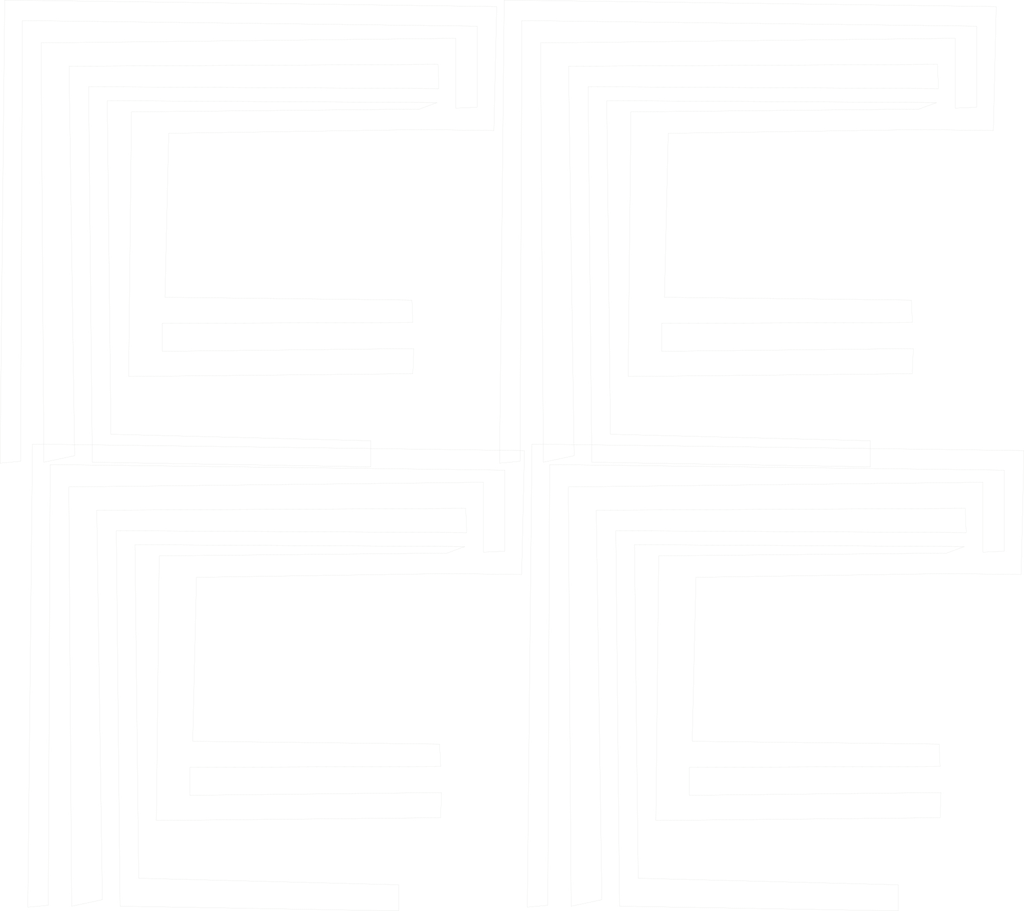
<source format=kicad_pcb>
(kicad_pcb (version 20221018) (generator pcbnew)

  (general
    (thickness 1.6)
  )

  (paper "A4")
  (layers
    (0 "F.Cu" signal)
    (31 "B.Cu" signal)
    (32 "B.Adhes" user "B.Adhesive")
    (33 "F.Adhes" user "F.Adhesive")
    (34 "B.Paste" user)
    (35 "F.Paste" user)
    (36 "B.SilkS" user "B.Silkscreen")
    (37 "F.SilkS" user "F.Silkscreen")
    (38 "B.Mask" user)
    (39 "F.Mask" user)
    (40 "Dwgs.User" user "User.Drawings")
    (41 "Cmts.User" user "User.Comments")
    (42 "Eco1.User" user "User.Eco1")
    (43 "Eco2.User" user "User.Eco2")
    (44 "Edge.Cuts" user)
    (45 "Margin" user)
    (46 "B.CrtYd" user "B.Courtyard")
    (47 "F.CrtYd" user "F.Courtyard")
    (48 "B.Fab" user)
    (49 "F.Fab" user)
    (50 "User.1" user)
    (51 "User.2" user)
    (52 "User.3" user)
    (53 "User.4" user)
    (54 "User.5" user)
    (55 "User.6" user)
    (56 "User.7" user)
    (57 "User.8" user)
    (58 "User.9" user)
  )

  (setup
    (stackup
      (layer "F.SilkS" (type "Top Silk Screen"))
      (layer "F.Paste" (type "Top Solder Paste"))
      (layer "F.Mask" (type "Top Solder Mask") (thickness 0.01))
      (layer "F.Cu" (type "copper") (thickness 0.035))
      (layer "dielectric 1" (type "core") (thickness 1.51) (material "FR4") (epsilon_r 4.5) (loss_tangent 0.02))
      (layer "B.Cu" (type "copper") (thickness 0.035))
      (layer "B.Mask" (type "Bottom Solder Mask") (thickness 0.01))
      (layer "B.Paste" (type "Bottom Solder Paste"))
      (layer "B.SilkS" (type "Bottom Silk Screen"))
      (layer "F.SilkS" (type "Top Silk Screen"))
      (layer "F.Paste" (type "Top Solder Paste"))
      (layer "F.Mask" (type "Top Solder Mask") (thickness 0.01))
      (layer "F.Cu" (type "copper") (thickness 0.035))
      (layer "dielectric 1" (type "core") (thickness 1.51) (material "FR4") (epsilon_r 4.5) (loss_tangent 0.02))
      (layer "B.Cu" (type "copper") (thickness 0.035))
      (layer "B.Mask" (type "Bottom Solder Mask") (thickness 0.01))
      (layer "B.Paste" (type "Bottom Solder Paste"))
      (layer "B.SilkS" (type "Bottom Silk Screen"))
      (layer "F.SilkS" (type "Top Silk Screen"))
      (layer "F.Paste" (type "Top Solder Paste"))
      (layer "F.Mask" (type "Top Solder Mask") (thickness 0.01))
      (layer "F.Cu" (type "copper") (thickness 0.035))
      (layer "dielectric 1" (type "core") (thickness 1.51) (material "FR4") (epsilon_r 4.5) (loss_tangent 0.02))
      (layer "B.Cu" (type "copper") (thickness 0.035))
      (layer "B.Mask" (type "Bottom Solder Mask") (thickness 0.01))
      (layer "B.Paste" (type "Bottom Solder Paste"))
      (layer "B.SilkS" (type "Bottom Silk Screen"))
      (layer "F.SilkS" (type "Top Silk Screen"))
      (layer "F.Paste" (type "Top Solder Paste"))
      (layer "F.Mask" (type "Top Solder Mask") (thickness 0.01))
      (layer "F.Cu" (type "copper") (thickness 0.035))
      (layer "dielectric 1" (type "core") (thickness 1.51) (material "FR4") (epsilon_r 4.5) (loss_tangent 0.02))
      (layer "B.Cu" (type "copper") (thickness 0.035))
      (layer "B.Mask" (type "Bottom Solder Mask") (thickness 0.01))
      (layer "B.Paste" (type "Bottom Solder Paste"))
      (layer "B.SilkS" (type "Bottom Silk Screen"))
      (copper_finish "None")
      (dielectric_constraints no)
    )
    (pad_to_mask_clearance 0)
    (pcbplotparams
      (layerselection 0x00010fc_ffffffff)
      (plot_on_all_layers_selection 0x0000000_00000000)
      (disableapertmacros false)
      (usegerberextensions false)
      (usegerberattributes true)
      (usegerberadvancedattributes true)
      (creategerberjobfile true)
      (dashed_line_dash_ratio 12.000000)
      (dashed_line_gap_ratio 3.000000)
      (svgprecision 4)
      (plotframeref false)
      (viasonmask false)
      (mode 1)
      (useauxorigin false)
      (hpglpennumber 1)
      (hpglpenspeed 20)
      (hpglpendiameter 15.000000)
      (dxfpolygonmode true)
      (dxfimperialunits true)
      (dxfusepcbnewfont true)
      (psnegative false)
      (psa4output false)
      (plotreference true)
      (plotvalue true)
      (plotinvisibletext false)
      (sketchpadsonfab false)
      (subtractmaskfromsilk false)
      (outputformat 1)
      (mirror false)
      (drillshape 1)
      (scaleselection 1)
      (outputdirectory "")
    )
  )

  (net 0 "")

  (gr_line (start 144.889937 320.06989) (end 51.209937 317.71989)
    (stroke (width 0.05) (type default)) (layer "Edge.Cuts") (tstamp 00677406-99e9-4815-8417-243fc74af8fd))
  (gr_line (start 219.869937 37.50989) (end 338.729937 38.18989)
    (stroke (width 0.05) (type default)) (layer "Edge.Cuts") (tstamp 04fe5fe1-b842-41be-a746-d0ab830df737))
  (gr_line (start 218.119937 325.43989) (end 216.099937 185.08989)
    (stroke (width 0.05) (type default)) (layer "Edge.Cuts") (tstamp 05afbefc-d801-4d12-8c8a-df2f7f5134ce))
  (gr_line (start 69.679937 287.82989) (end 69.679937 277.75989)
    (stroke (width 0.05) (type default)) (layer "Edge.Cuts") (tstamp 05e6b134-c96e-4880-b31b-73b2c9b47cb0))
  (gr_line (start 144.889937 329.46989) (end 144.889937 320.06989)
    (stroke (width 0.05) (type default)) (layer "Edge.Cuts") (tstamp 05f7251e-9d32-4255-89d4-fa99bda4812b))
  (gr_line (start 339.999937 295.88989) (end 340.329937 286.82989)
    (stroke (width 0.05) (type default)) (layer "Edge.Cuts") (tstamp 06bd92ab-a3fa-4cd1-89cd-56d9c207b058))
  (gr_line (start 12.929937 161.24989) (end 11.249937 328.12989)
    (stroke (width 0.05) (type default)) (layer "Edge.Cuts") (tstamp 099ff330-0b93-4fa2-863a-cca563d0c541))
  (gr_line (start 183.159937 170.64989) (end 183.159937 199.85989)
    (stroke (width 0.05) (type default)) (layer "Edge.Cuts") (tstamp 0cc04a84-e7e2-4ed3-8ad2-54f87bb2986c))
  (gr_line (start 342.349937 200.53989) (end 238.599937 201.53989)
    (stroke (width 0.05) (type default)) (layer "Edge.Cuts") (tstamp 10931177-c463-4b9e-a455-85062b1c0214))
  (gr_line (start 41.209937 157.71989) (end 39.869937 37.50989)
    (stroke (width 0.05) (type default)) (layer "Edge.Cuts") (tstamp 112aa580-fe44-4eaf-bb10-03aab3ed5fa7))
  (gr_line (start 36.099937 185.08989) (end 169.059937 184.41989)
    (stroke (width 0.05) (type default)) (layer "Edge.Cuts") (tstamp 122e056d-31e3-45eb-9958-e29b58437d34))
  (gr_line (start 180.219937 3.59989) (end 2.929937 1.24989)
    (stroke (width 0.05) (type default)) (layer "Edge.Cuts") (tstamp 14a0cd4b-73c5-43c7-ad93-9e3575e70edb))
  (gr_line (start 360.219937 3.59989) (end 182.929937 1.24989)
    (stroke (width 0.05) (type default)) (layer "Edge.Cuts") (tstamp 1612458d-5c80-4268-8c6d-b720e988f7bc))
  (gr_line (start 353.159937 10.64989) (end 353.159937 39.85989)
    (stroke (width 0.05) (type default)) (layer "Edge.Cuts") (tstamp 176a5e92-c86d-4ed5-a83b-d040dfc81a4e))
  (gr_line (start 339.399937 33.14989) (end 213.149937 32.47989)
    (stroke (width 0.05) (type default)) (layer "Edge.Cuts") (tstamp 17dac7cd-2e8c-4bba-b8d7-44e5388a5659))
  (gr_line (start 44.489937 327.78989) (end 144.889937 329.46989)
    (stroke (width 0.05) (type default)) (layer "Edge.Cuts") (tstamp 1bad352b-7f09-4bb5-af7e-94c314b280ea))
  (gr_line (start 214.489937 167.78989) (end 314.889937 169.46989)
    (stroke (width 0.05) (type default)) (layer "Edge.Cuts") (tstamp 1c13de86-2592-4aeb-983a-4860351419ae))
  (gr_line (start 27.039937 327.78989) (end 38.119937 325.43989)
    (stroke (width 0.05) (type default)) (layer "Edge.Cuts") (tstamp 1c1df7b9-bcec-405c-9c39-413f282fea9d))
  (gr_line (start 9.309937 8.63989) (end 173.159937 10.64989)
    (stroke (width 0.05) (type default)) (layer "Edge.Cuts") (tstamp 1c55c61e-fb5f-4092-9a2f-b12618e7df09))
  (gr_line (start 324.889937 320.06989) (end 231.209937 317.71989)
    (stroke (width 0.05) (type default)) (layer "Edge.Cuts") (tstamp 201e6a92-b254-4491-9e00-8b99cb21fc83))
  (gr_line (start 26.029937 176.69989) (end 27.039937 327.78989)
    (stroke (width 0.05) (type default)) (layer "Edge.Cuts") (tstamp 20c7ea20-5679-4dc1-9d72-7b617bf419f9))
  (gr_line (start 69.679937 277.75989) (end 159.999937 277.42989)
    (stroke (width 0.05) (type default)) (layer "Edge.Cuts") (tstamp 20fb6908-b353-40ec-a953-c480838a773c))
  (gr_line (start 162.349937 200.53989) (end 58.599937 201.53989)
    (stroke (width 0.05) (type default)) (layer "Edge.Cuts") (tstamp 20fde1fc-8aa0-48bc-94c8-48f8b6f0d28b))
  (gr_line (start 332.349937 40.53989) (end 228.599937 41.53989)
    (stroke (width 0.05) (type default)) (layer "Edge.Cuts") (tstamp 239af9c0-5b13-44d6-a767-e02382689c53))
  (gr_line (start 343.019937 207.91989) (end 369.209937 208.25989)
    (stroke (width 0.05) (type default)) (layer "Edge.Cuts") (tstamp 25e8832e-16ec-4adf-ac86-28e1b5cd6bff))
  (gr_line (start 165.439937 15.01989) (end 16.029937 16.69989)
    (stroke (width 0.05) (type default)) (layer "Edge.Cuts") (tstamp 2be0191e-dad1-430f-8980-347b051f30db))
  (gr_line (start 158.729937 38.18989) (end 152.349937 40.53989)
    (stroke (width 0.05) (type default)) (layer "Edge.Cuts") (tstamp 2f469025-0245-4dce-bd55-554d1cb7fe53))
  (gr_line (start 250.679937 268.35989) (end 252.029937 209.26989)
    (stroke (width 0.05) (type default)) (layer "Edge.Cuts") (tstamp 33a03a83-b64e-4fe4-8804-9af9cf2d2915))
  (gr_line (start 240.679937 108.35989) (end 242.029937 49.26989)
    (stroke (width 0.05) (type default)) (layer "Edge.Cuts") (tstamp 36623ffb-ce4d-407e-bc3b-f3227e98eee6))
  (gr_line (start 8.639937 167.44989) (end 9.309937 8.63989)
    (stroke (width 0.05) (type default)) (layer "Edge.Cuts") (tstamp 387ae4cb-6b02-4343-99ec-cb73dd69afa5))
  (gr_line (start 49.869937 197.50989) (end 168.729937 198.18989)
    (stroke (width 0.05) (type default)) (layer "Edge.Cuts") (tstamp 39967f40-9b19-44bf-b56a-381e25109c62))
  (gr_line (start 62.029937 49.26989) (end 153.019937 47.91989)
    (stroke (width 0.05) (type default)) (layer "Edge.Cuts") (tstamp 3c8a192c-474a-4202-85c7-53a12a71d8b3))
  (gr_line (start 59.679937 127.82989) (end 59.679937 117.75989)
    (stroke (width 0.05) (type default)) (layer "Edge.Cuts") (tstamp 3ec9d262-6a39-4122-a57f-45e40f569578))
  (gr_line (start 239.679937 117.75989) (end 329.999937 117.42989)
    (stroke (width 0.05) (type default)) (layer "Edge.Cuts") (tstamp 3eddc33a-6dbf-46cf-adc2-fadd955d9669))
  (gr_line (start 353.159937 39.85989) (end 345.439937 40.19989)
    (stroke (width 0.05) (type default)) (layer "Edge.Cuts") (tstamp 40ef58b0-9fde-492e-bb42-9b83cacbd243))
  (gr_line (start 196.029937 16.69989) (end 197.039937 167.78989)
    (stroke (width 0.05) (type default)) (layer "Edge.Cuts") (tstamp 41451f58-aa57-41b2-a590-793f4a53aaca))
  (gr_line (start 339.659937 269.36989) (end 250.679937 268.35989)
    (stroke (width 0.05) (type default)) (layer "Edge.Cuts") (tstamp 417a5979-3103-47e0-a1f1-531bde9f537a))
  (gr_line (start 33.149937 32.47989) (end 34.489937 167.78989)
    (stroke (width 0.05) (type default)) (layer "Edge.Cuts") (tstamp 42ec0b19-c172-405d-8508-a6827e99cfeb))
  (gr_line (start 149.999937 117.42989) (end 149.659937 109.36989)
    (stroke (width 0.05) (type default)) (layer "Edge.Cuts") (tstamp 47f04c04-ef5b-4b1b-b795-4a1b6060e059))
  (gr_line (start 223.149937 192.47989) (end 224.489937 327.78989)
    (stroke (width 0.05) (type default)) (layer "Edge.Cuts") (tstamp 488cd46e-4088-4528-b46e-24c13f694d0b))
  (gr_line (start 57.589937 296.89989) (end 159.999937 295.88989)
    (stroke (width 0.05) (type default)) (layer "Edge.Cuts") (tstamp 48e9f440-2485-47ca-81d2-847d4e98a68a))
  (gr_line (start 314.889937 160.06989) (end 221.209937 157.71989)
    (stroke (width 0.05) (type default)) (layer "Edge.Cuts") (tstamp 4b902a64-94d5-4709-b158-d0495705a252))
  (gr_line (start 355.439937 200.19989) (end 355.439937 175.01989)
    (stroke (width 0.05) (type default)) (layer "Edge.Cuts") (tstamp 4f321865-9567-49e9-b5b3-f707de14b2ea))
  (gr_line (start 191.249937 328.12989) (end 198.639937 327.44989)
    (stroke (width 0.05) (type default)) (layer "Edge.Cuts") (tstamp 4f36fb2f-a394-4908-b34b-d604dee1805f))
  (gr_line (start 189.209937 208.25989) (end 190.219937 163.59989)
    (stroke (width 0.05) (type default)) (layer "Edge.Cuts") (tstamp 4f5a8e14-ae00-4c3e-ad43-8972a08374ca))
  (gr_line (start 159.659937 269.36989) (end 70.679937 268.35989)
    (stroke (width 0.05) (type default)) (layer "Edge.Cuts") (tstamp 505e436c-92a5-4649-a992-2fa9e3802e27))
  (gr_line (start 17.039937 167.78989) (end 28.119937 165.43989)
    (stroke (width 0.05) (type default)) (layer "Edge.Cuts") (tstamp 51cc6c2c-0590-4266-bd7a-2ddc111021ce))
  (gr_line (start 348.729937 198.18989) (end 342.349937 200.53989)
    (stroke (width 0.05) (type default)) (layer "Edge.Cuts") (tstamp 55eca8dc-6835-46da-9f63-afb828c88a20))
  (gr_line (start 168.729937 198.18989) (end 162.349937 200.53989)
    (stroke (width 0.05) (type default)) (layer "Edge.Cuts") (tstamp 57785554-bb1f-4705-8c98-47eaab13f338))
  (gr_line (start 175.439937 200.19989) (end 175.439937 175.01989)
    (stroke (width 0.05) (type default)) (layer "Edge.Cuts") (tstamp 5a19620b-2bc8-4ec9-8b06-a5407157aeab))
  (gr_line (start 173.159937 39.85989) (end 165.439937 40.19989)
    (stroke (width 0.05) (type default)) (layer "Edge.Cuts") (tstamp 5af0ea7a-8253-4aec-8cf1-6c63585ccb5d))
  (gr_line (start 60.679937 108.35989) (end 62.029937 49.26989)
    (stroke (width 0.05) (type default)) (layer "Edge.Cuts") (tstamp 5cc2925d-c060-4a52-97a0-37a069c0f34a))
  (gr_line (start 192.929937 161.24989) (end 191.249937 328.12989)
    (stroke (width 0.05) (type default)) (layer "Edge.Cuts") (tstamp 5e832126-cc56-4c04-8de5-7f71430eb7d2))
  (gr_line (start 239.679937 127.82989) (end 239.679937 117.75989)
    (stroke (width 0.05) (type default)) (layer "Edge.Cuts") (tstamp 5fcc89ee-7c4a-466e-bb3e-dd1de1f67785))
  (gr_line (start 182.929937 1.24989) (end 181.249937 168.12989)
    (stroke (width 0.05) (type default)) (layer "Edge.Cuts") (tstamp 62c6c0db-1b9a-4226-9a6b-2020f283b7f3))
  (gr_line (start 188.639937 167.44989) (end 189.309937 8.63989)
    (stroke (width 0.05) (type default)) (layer "Edge.Cuts") (tstamp 67f4edb3-4c2a-4706-b83a-07487d9c7279))
  (gr_line (start 16.029937 16.69989) (end 17.039937 167.78989)
    (stroke (width 0.05) (type default)) (layer "Edge.Cuts") (tstamp 68ca6c3c-9498-4618-b22f-8c84c4168c12))
  (gr_line (start 370.219937 163.59989) (end 192.929937 161.24989)
    (stroke (width 0.05) (type default)) (layer "Edge.Cuts") (tstamp 6bb7dcb3-38c4-4e35-b378-6394cb097616))
  (gr_line (start 227.589937 136.89989) (end 329.999937 135.88989)
    (stroke (width 0.05) (type default)) (layer "Edge.Cuts") (tstamp 6c40dd8b-dbbd-41a1-aa64-038611493804))
  (gr_line (start 345.439937 15.01989) (end 196.029937 16.69989)
    (stroke (width 0.05) (type default)) (layer "Edge.Cuts") (tstamp 7051abb1-a886-432b-815b-3e8778acf27e))
  (gr_line (start 329.659937 109.36989) (end 240.679937 108.35989)
    (stroke (width 0.05) (type default)) (layer "Edge.Cuts") (tstamp 7a13673a-c7f7-44e1-bc14-5721c296f3e5))
  (gr_line (start 221.209937 157.71989) (end 219.869937 37.50989)
    (stroke (width 0.05) (type default)) (layer "Edge.Cuts") (tstamp 7bcea530-de6a-459c-b188-f62ca891f858))
  (gr_line (start 197.039937 167.78989) (end 208.119937 165.43989)
    (stroke (width 0.05) (type default)) (layer "Edge.Cuts") (tstamp 7e3186c4-6845-4a5b-a2d4-8a0577802cb0))
  (gr_line (start 207.039937 327.78989) (end 218.119937 325.43989)
    (stroke (width 0.05) (type default)) (layer "Edge.Cuts") (tstamp 7f2a08a1-85a1-43d9-95aa-765d441ccc51))
  (gr_line (start 355.439937 175.01989) (end 206.029937 176.69989)
    (stroke (width 0.05) (type default)) (layer "Edge.Cuts") (tstamp 81107db0-f19f-4a1b-91ae-637fcb8e350c))
  (gr_line (start 160.329937 286.82989) (end 69.679937 287.82989)
    (stroke (width 0.05) (type default)) (layer "Edge.Cuts") (tstamp 81e543e1-711f-4873-8112-dfda55389814))
  (gr_line (start 359.209937 48.25989) (end 360.219937 3.59989)
    (stroke (width 0.05) (type default)) (layer "Edge.Cuts") (tstamp 87c43fcf-a8ad-441e-a227-a309e42dc19d))
  (gr_line (start 152.349937 40.53989) (end 48.599937 41.53989)
    (stroke (width 0.05) (type default)) (layer "Edge.Cuts") (tstamp 88a1863e-3c2f-4586-8d61-f5cf0f428082))
  (gr_line (start 216.099937 185.08989) (end 349.059937 184.41989)
    (stroke (width 0.05) (type default)) (layer "Edge.Cuts") (tstamp 895921bf-f078-4d24-9649-9cfbcf66c5be))
  (gr_line (start 11.249937 328.12989) (end 18.639937 327.44989)
    (stroke (width 0.05) (type default)) (layer "Edge.Cuts") (tstamp 89a37aca-ff6c-4052-a1a7-0e19de9e0bb8))
  (gr_line (start 206.029937 176.69989) (end 207.039937 327.78989)
    (stroke (width 0.05) (type default)) (layer "Edge.Cuts") (tstamp 8adc042b-f72d-4dc8-b308-8ca519936e23))
  (gr_line (start 181.249937 168.12989) (end 188.639937 167.44989)
    (stroke (width 0.05) (type default)) (layer "Edge.Cuts") (tstamp 8f35cd31-44d8-4274-a643-fbf6f527bb54))
  (gr_line (start 224.489937 327.78989) (end 324.889937 329.46989)
    (stroke (width 0.05) (type default)) (layer "Edge.Cuts") (tstamp 90f0ec42-fb78-4fd1-92e9-247889084894))
  (gr_line (start 183.159937 199.85989) (end 175.439937 200.19989)
    (stroke (width 0.05) (type default)) (layer "Edge.Cuts") (tstamp 9167383e-4fcd-49ee-ae77-51628652d83e))
  (gr_line (start 169.059937 184.41989) (end 169.399937 193.14989)
    (stroke (width 0.05) (type default)) (layer "Edge.Cuts") (tstamp 94602f4e-6dfb-4084-839c-117537a732ad))
  (gr_line (start 338.729937 38.18989) (end 332.349937 40.53989)
    (stroke (width 0.05) (type default)) (layer "Edge.Cuts") (tstamp 962201ec-7a91-4a2f-bb7f-0f914337ac3a))
  (gr_line (start 179.209937 48.25989) (end 180.219937 3.59989)
    (stroke (width 0.05) (type default)) (layer "Edge.Cuts") (tstamp 96b3d428-d188-4e9a-8d9b-2b081b8cbee0))
  (gr_line (start 208.119937 165.43989) (end 206.099937 25.08989)
    (stroke (width 0.05) (type default)) (layer "Edge.Cuts") (tstamp 96dd5a58-ed6d-4600-b9fe-67e3c5e55caa))
  (gr_line (start 34.489937 167.78989) (end 134.889937 169.46989)
    (stroke (width 0.05) (type default)) (layer "Edge.Cuts") (tstamp 99a59f84-a12e-4623-ba6b-bbe282cc7613))
  (gr_line (start 47.589937 136.89989) (end 149.999937 135.88989)
    (stroke (width 0.05) (type default)) (layer "Edge.Cuts") (tstamp 9c900ca1-5480-4081-b801-530fa061166b))
  (gr_line (start 134.889937 160.06989) (end 41.209937 157.71989)
    (stroke (width 0.05) (type default)) (layer "Edge.Cuts") (tstamp 9d9400b6-0b1d-4e59-9be0-b35c80a5213d))
  (gr_line (start 19.309937 168.63989) (end 183.159937 170.64989)
    (stroke (width 0.05) (type default)) (layer "Edge.Cuts") (tstamp 9f140a2e-56b0-4e43-867c-8d4f8f863dcc))
  (gr_line (start 18.639937 327.44989) (end 19.309937 168.63989)
    (stroke (width 0.05) (type default)) (layer "Edge.Cuts") (tstamp 9f25e611-d5e9-4953-b728-7998982231e6))
  (gr_line (start 249.679937 287.82989) (end 249.679937 277.75989)
    (stroke (width 0.05) (type default)) (layer "Edge.Cuts") (tstamp a14384e2-7db5-4155-9f2b-8c5d343f1a01))
  (gr_line (start 339.059937 24.41989) (end 339.399937 33.14989)
    (stroke (width 0.05) (type default)) (layer "Edge.Cuts") (tstamp a18113f8-fa5d-449b-bd25-2a685a0a7184))
  (gr_line (start 363.159937 170.64989) (end 363.159937 199.85989)
    (stroke (width 0.05) (type default)) (layer "Edge.Cuts") (tstamp a1e21f73-e0d5-4255-a3ab-45d7ff2a649a))
  (gr_line (start 324.889937 329.46989) (end 324.889937 320.06989)
    (stroke (width 0.05) (type default)) (layer "Edge.Cuts") (tstamp a33b231e-b2ce-4c50-87cd-0977b00c04c6))
  (gr_line (start 159.999937 277.42989) (end 159.659937 269.36989)
    (stroke (width 0.05) (type default)) (layer "Edge.Cuts") (tstamp a488cc95-3184-4633-be44-a08bd9b62fee))
  (gr_line (start 1.249937 168.12989) (end 8.639937 167.44989)
    (stroke (width 0.05) (type default)) (layer "Edge.Cuts") (tstamp a65aba14-3a20-4d7e-b934-d15ad5f2fcec))
  (gr_line (start 213.149937 32.47989) (end 214.489937 167.78989)
    (stroke (width 0.05) (type default)) (layer "Edge.Cuts") (tstamp a7903c6f-f92f-49ef-a403-97a9f21a2f31))
  (gr_line (start 51.209937 317.71989) (end 49.869937 197.50989)
    (stroke (width 0.05) (type default)) (layer "Edge.Cuts") (tstamp a82320d1-f93a-4d78-b51f-17878b6fde26))
  (gr_line (start 329.999937 135.88989) (end 330.329937 126.82989)
    (stroke (width 0.05) (type default)) (layer "Edge.Cuts") (tstamp a8977e47-d225-4b33-8868-a198d7cc01c1))
  (gr_line (start 252.029937 209.26989) (end 343.019937 207.91989)
    (stroke (width 0.05) (type default)) (layer "Edge.Cuts") (tstamp aee7d7bf-b48f-4a2d-a84c-a6dd9ecd51ae))
  (gr_line (start 149.659937 109.36989) (end 60.679937 108.35989)
    (stroke (width 0.05) (type default)) (layer "Edge.Cuts") (tstamp b02dd09e-5e01-45ea-8e5e-0adbf6fcd063))
  (gr_line (start 58.599937 201.53989) (end 57.589937 296.89989)
    (stroke (width 0.05) (type default)) (layer "Edge.Cuts") (tstamp b2eb1283-aa17-4983-a204-3ff179d2a822))
  (gr_line (start 206.099937 25.08989) (end 339.059937 24.41989)
    (stroke (width 0.05) (type default)) (layer "Edge.Cuts") (tstamp b37dfe92-67a6-45aa-a088-a96628846c10))
  (gr_line (start 189.309937 8.63989) (end 353.159937 10.64989)
    (stroke (width 0.05) (type default)) (layer "Edge.Cuts") (tstamp b4871ffc-2a6b-49e1-850a-4a0bb237cf81))
  (gr_line (start 231.209937 317.71989) (end 229.869937 197.50989)
    (stroke (width 0.05) (type default)) (layer "Edge.Cuts") (tstamp b90f02eb-6894-4aeb-a71c-01afc81d397d))
  (gr_line (start 26.099937 25.08989) (end 159.059937 24.41989)
    (stroke (width 0.05) (type default)) (layer "Edge.Cuts") (tstamp b93b0c2a-6288-47d8-959d-460c0dd58dbb))
  (gr_line (start 333.019937 47.91989) (end 359.209937 48.25989)
    (stroke (width 0.05) (type default)) (layer "Edge.Cuts") (tstamp b9489b15-0b0b-4cd7-9d3f-b78cdf5bbc8f))
  (gr_line (start 363.159937 199.85989) (end 355.439937 200.19989)
    (stroke (width 0.05) (type default)) (layer "Edge.Cuts") (tstamp b98b5840-0779-4af4-8997-012cf3b97b68))
  (gr_line (start 249.679937 277.75989) (end 339.999937 277.42989)
    (stroke (width 0.05) (type default)) (layer "Edge.Cuts") (tstamp bf25817c-255c-45df-9f52-c117de1cd6b4))
  (gr_line (start 329.999937 117.42989) (end 329.659937 109.36989)
    (stroke (width 0.05) (type default)) (layer "Edge.Cuts") (tstamp c0d86e8f-6156-415d-b40f-151d768df6b5))
  (gr_line (start 242.029937 49.26989) (end 333.019937 47.91989)
    (stroke (width 0.05) (type default)) (layer "Edge.Cuts") (tstamp c1e55ce9-c9e8-441b-a71a-42a19e18c6cf))
  (gr_line (start 2.929937 1.24989) (end 1.249937 168.12989)
    (stroke (width 0.05) (type default)) (layer "Edge.Cuts") (tstamp c4e466a8-7d00-4a43-b136-bcde0ab979d0))
  (gr_line (start 72.029937 209.26989) (end 163.019937 207.91989)
    (stroke (width 0.05) (type default)) (layer "Edge.Cuts") (tstamp c64b721e-4680-413a-823b-6e8297398417))
  (gr_line (start 169.399937 193.14989) (end 43.149937 192.47989)
    (stroke (width 0.05) (type default)) (layer "Edge.Cuts") (tstamp c7a765fe-7b11-4612-9bdc-361576fb554d))
  (gr_line (start 330.329937 126.82989) (end 239.679937 127.82989)
    (stroke (width 0.05) (type default)) (layer "Edge.Cuts") (tstamp c8c4a0da-2731-4a6d-88c6-cb63fe658f9b))
  (gr_line (start 314.889937 169.46989) (end 314.889937 160.06989)
    (stroke (width 0.05) (type default)) (layer "Edge.Cuts") (tstamp c9af6b6e-deb4-4b40-aae5-0c4a7c074f7a))
  (gr_line (start 39.869937 37.50989) (end 158.729937 38.18989)
    (stroke (width 0.05) (type default)) (layer "Edge.Cuts") (tstamp cab198f0-f27b-4115-a396-98db5678786d))
  (gr_line (start 159.999937 295.88989) (end 160.329937 286.82989)
    (stroke (width 0.05) (type default)) (layer "Edge.Cuts") (tstamp ccc98f4f-789b-4f00-a3e0-257fe6d486b1))
  (gr_line (start 339.999937 277.42989) (end 339.659937 269.36989)
    (stroke (width 0.05) (type default)) (layer "Edge.Cuts") (tstamp ce83543b-eeef-4a1b-913c-abddd5995e88))
  (gr_line (start 228.599937 41.53989) (end 227.589937 136.89989)
    (stroke (width 0.05) (type default)) (layer "Edge.Cuts") (tstamp d224808f-7107-4ae0-94c1-e5134686d751))
  (gr_line (start 28.119937 165.43989) (end 26.099937 25.08989)
    (stroke (width 0.05) (type default)) (layer "Edge.Cuts") (tstamp d28aef4f-e874-4066-83f2-42e6cbc1a935))
  (gr_line (start 199.309937 168.63989) (end 363.159937 170.64989)
    (stroke (width 0.05) (type default)) (layer "Edge.Cuts") (tstamp d3379b00-697a-4934-98b2-d648544233c0))
  (gr_line (start 190.219937 163.59989) (end 12.929937 161.24989)
    (stroke (width 0.05) (type default)) (layer "Edge.Cuts") (tstamp d4a62b6c-2554-4fb2-83ff-f8c1bc3ec565))
  (gr_line (start 349.399937 193.14989) (end 223.149937 192.47989)
    (stroke (width 0.05) (type default)) (layer "Edge.Cuts") (tstamp d4f49f73-8f23-425b-bc40-d2509420193f))
  (gr_line (start 159.399937 33.14989) (end 33.149937 32.47989)
    (stroke (width 0.05) (type default)) (layer "Edge.Cuts") (tstamp d4fa040a-0682-4545-86a5-d3346d2e4278))
  (gr_line (start 38.119937 325.43989) (end 36.099937 185.08989)
    (stroke (width 0.05) (type default)) (layer "Edge.Cuts") (tstamp d5429d7f-0033-4880-bf95-ba7feaf0fc94))
  (gr_line (start 43.149937 192.47989) (end 44.489937 327.78989)
    (stroke (width 0.05) (type default)) (layer "Edge.Cuts") (tstamp d8026852-4b8d-4104-a8e1-cfa4e392672c))
  (gr_line (start 173.159937 10.64989) (end 173.159937 39.85989)
    (stroke (width 0.05) (type default)) (layer "Edge.Cuts") (tstamp d97dc789-c7a0-4565-9dbd-9aa2dca7f44c))
  (gr_line (start 163.019937 207.91989) (end 189.209937 208.25989)
    (stroke (width 0.05) (type default)) (layer "Edge.Cuts") (tstamp da2d534d-ac10-4d94-88dd-85f7311495ca))
  (gr_line (start 198.639937 327.44989) (end 199.309937 168.63989)
    (stroke (width 0.05) (type default)) (layer "Edge.Cuts") (tstamp db4c9a3f-26bd-4c79-8327-06638a67fdc0))
  (gr_line (start 70.679937 268.35989) (end 72.029937 209.26989)
    (stroke (width 0.05) (type default)) (layer "Edge.Cuts") (tstamp dbf95b6f-3530-4838-8c0b-066b8dcd7ef3))
  (gr_line (start 149.999937 135.88989) (end 150.329937 126.82989)
    (stroke (width 0.05) (type default)) (layer "Edge.Cuts") (tstamp ddb9be2c-3fbb-4584-995f-cd94aae7f520))
  (gr_line (start 238.599937 201.53989) (end 237.589937 296.89989)
    (stroke (width 0.05) (type default)) (layer "Edge.Cuts") (tstamp e00e93ea-4a68-478f-b918-a315cd4a02f0))
  (gr_line (start 48.599937 41.53989) (end 47.589937 136.89989)
    (stroke (width 0.05) (type default)) (layer "Edge.Cuts") (tstamp e239c30c-0649-4f9b-af95-c3c37d62e186))
  (gr_line (start 175.439937 175.01989) (end 26.029937 176.69989)
    (stroke (width 0.05) (type default)) (layer "Edge.Cuts") (tstamp e2ead687-9980-4614-98a6-b6809cddd780))
  (gr_line (start 153.019937 47.91989) (end 179.209937 48.25989)
    (stroke (width 0.05) (type default)) (layer "Edge.Cuts") (tstamp e3360c7f-f48e-4c00-9a5c-88480fe1fcd7))
  (gr_line (start 59.679937 117.75989) (end 149.999937 117.42989)
    (stroke (width 0.05) (type default)) (layer "Edge.Cuts") (tstamp e7035ac9-6e0f-488d-901a-fb8d609a77f8))
  (gr_line (start 345.439937 40.19989) (end 345.439937 15.01989)
    (stroke (width 0.05) (type default)) (layer "Edge.Cuts") (tstamp e95bf8e2-afa9-41aa-ad07-2cdb8aa7654b))
  (gr_line (start 165.439937 40.19989) (end 165.439937 15.01989)
    (stroke (width 0.05) (type default)) (layer "Edge.Cuts") (tstamp ea688055-a117-4db6-a637-1d4920545b01))
  (gr_line (start 349.059937 184.41989) (end 349.399937 193.14989)
    (stroke (width 0.05) (type default)) (layer "Edge.Cuts") (tstamp eb667df8-32eb-440f-863a-802c3506417c))
  (gr_line (start 237.589937 296.89989) (end 339.999937 295.88989)
    (stroke (width 0.05) (type default)) (layer "Edge.Cuts") (tstamp f0f4a685-6ae2-4ac9-81be-30e7a5461af6))
  (gr_line (start 229.869937 197.50989) (end 348.729937 198.18989)
    (stroke (width 0.05) (type default)) (layer "Edge.Cuts") (tstamp fbdb7c23-c052-48dd-a199-a9acd3c4d26e))
  (gr_line (start 134.889937 169.46989) (end 134.889937 160.06989)
    (stroke (width 0.05) (type default)) (layer "Edge.Cuts") (tstamp fc07b875-fc1d-49b5-ba53-0b6ffcaa53c8))
  (gr_line (start 369.209937 208.25989) (end 370.219937 163.59989)
    (stroke (width 0.05) (type default)) (layer "Edge.Cuts") (tstamp fd127e2c-3d4d-4780-ba71-093cdf0e17b7))
  (gr_line (start 340.329937 286.82989) (end 249.679937 287.82989)
    (stroke (width 0.05) (type default)) (layer "Edge.Cuts") (tstamp fe5065c4-bf0c-4068-8add-d3de02a10496))
  (gr_line (start 150.329937 126.82989) (end 59.679937 127.82989)
    (stroke (width 0.05) (type default)) (layer "Edge.Cuts") (tstamp fe664f2e-77b2-4b15-aafc-83b317ab175d))
  (gr_line (start 159.059937 24.41989) (end 159.399937 33.14989)
    (stroke (width 0.05) (type default)) (layer "Edge.Cuts") (tstamp fff08585-5bc6-4033-b2dd-1456385ba325))

)

</source>
